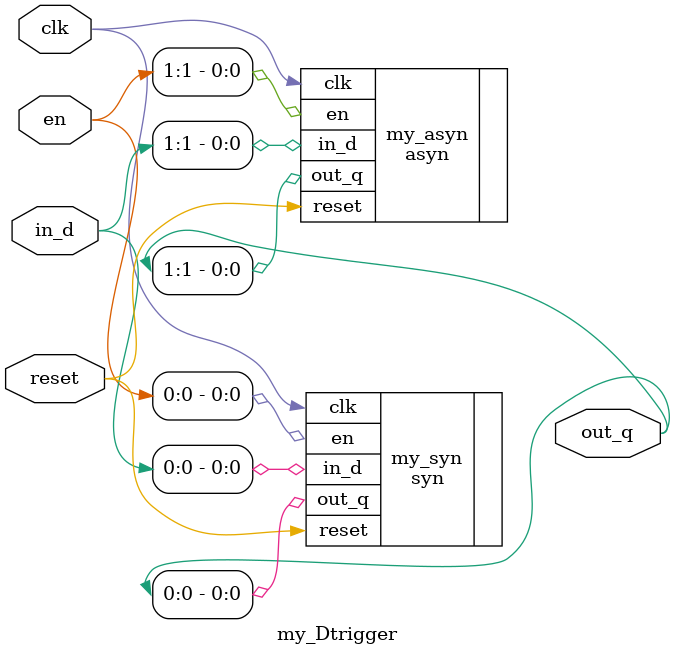
<source format=v>
module my_Dtrigger(clk, in_d, en, reset, out_q);
	input clk;
	input [1:0] in_d;
	input [1:0] en;
	input reset;
	output [1:0] out_q;
	
	syn my_syn(.clk(clk), .in_d(in_d[0]), .en(en[0]), .reset(reset), .out_q(out_q[0]));
	asyn my_asyn(.clk(clk), .in_d(in_d[1]), .en(en[1]), .reset(reset), .out_q(out_q[1]));
	
endmodule
</source>
